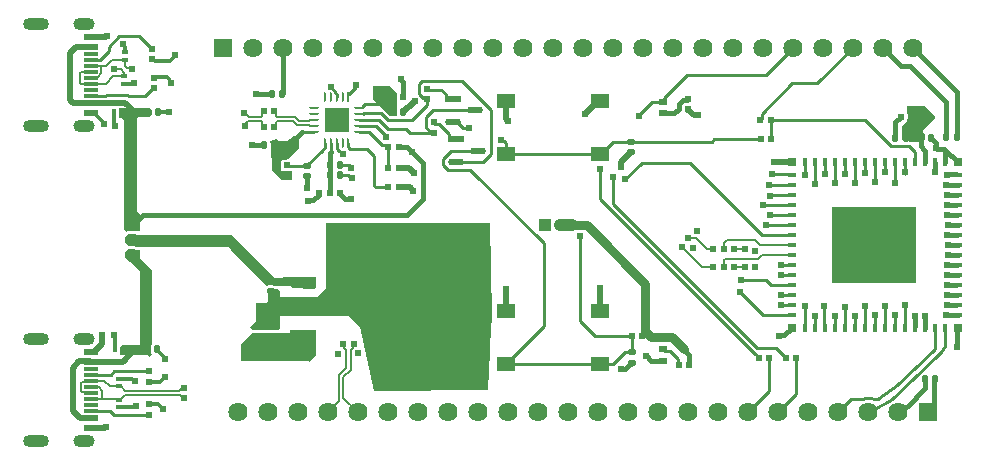
<source format=gtl>
G04*
G04 #@! TF.GenerationSoftware,Altium Limited,Altium Designer,24.5.2 (23)*
G04*
G04 Layer_Physical_Order=1*
G04 Layer_Color=255*
%FSLAX25Y25*%
%MOIN*%
G70*
G04*
G04 #@! TF.SameCoordinates,F3A3955B-CDAA-4A41-8258-469B26568034*
G04*
G04*
G04 #@! TF.FilePolarity,Positive*
G04*
G01*
G75*
%ADD14C,0.01000*%
%ADD17R,0.01378X0.02362*%
%ADD18R,0.02126X0.02362*%
%ADD19R,0.02362X0.01378*%
G04:AMPARAMS|DCode=20|XSize=53.43mil|YSize=22.53mil|CornerRadius=11.26mil|HoleSize=0mil|Usage=FLASHONLY|Rotation=0.000|XOffset=0mil|YOffset=0mil|HoleType=Round|Shape=RoundedRectangle|*
%AMROUNDEDRECTD20*
21,1,0.05343,0.00000,0,0,0.0*
21,1,0.03091,0.02253,0,0,0.0*
1,1,0.02253,0.01545,0.00000*
1,1,0.02253,-0.01545,0.00000*
1,1,0.02253,-0.01545,0.00000*
1,1,0.02253,0.01545,0.00000*
%
%ADD20ROUNDEDRECTD20*%
%ADD21R,0.05343X0.02253*%
%ADD22R,0.02362X0.02126*%
%ADD23R,0.03150X0.03150*%
%ADD24R,0.01575X0.03150*%
%ADD25R,0.03150X0.01575*%
%ADD26R,0.04724X0.04724*%
G04:AMPARAMS|DCode=27|XSize=23.62mil|YSize=21.26mil|CornerRadius=5.63mil|HoleSize=0mil|Usage=FLASHONLY|Rotation=90.000|XOffset=0mil|YOffset=0mil|HoleType=Round|Shape=RoundedRectangle|*
%AMROUNDEDRECTD27*
21,1,0.02362,0.00999,0,0,90.0*
21,1,0.01235,0.02126,0,0,90.0*
1,1,0.01127,0.00500,0.00618*
1,1,0.01127,0.00500,-0.00618*
1,1,0.01127,-0.00500,-0.00618*
1,1,0.01127,-0.00500,0.00618*
%
%ADD27ROUNDEDRECTD27*%
%ADD28R,0.04528X0.01181*%
%ADD29R,0.04528X0.02362*%
G04:AMPARAMS|DCode=30|XSize=23.62mil|YSize=21.26mil|CornerRadius=5.63mil|HoleSize=0mil|Usage=FLASHONLY|Rotation=180.000|XOffset=0mil|YOffset=0mil|HoleType=Round|Shape=RoundedRectangle|*
%AMROUNDEDRECTD30*
21,1,0.02362,0.00999,0,0,180.0*
21,1,0.01235,0.02126,0,0,180.0*
1,1,0.01127,-0.00618,0.00500*
1,1,0.01127,0.00618,0.00500*
1,1,0.01127,0.00618,-0.00500*
1,1,0.01127,-0.00618,-0.00500*
%
%ADD30ROUNDEDRECTD30*%
%ADD31R,0.06102X0.05118*%
G04:AMPARAMS|DCode=32|XSize=125.98mil|YSize=68.9mil|CornerRadius=2.07mil|HoleSize=0mil|Usage=FLASHONLY|Rotation=90.000|XOffset=0mil|YOffset=0mil|HoleType=Round|Shape=RoundedRectangle|*
%AMROUNDEDRECTD32*
21,1,0.12598,0.06476,0,0,90.0*
21,1,0.12185,0.06890,0,0,90.0*
1,1,0.00413,0.03238,0.06093*
1,1,0.00413,0.03238,-0.06093*
1,1,0.00413,-0.03238,-0.06093*
1,1,0.00413,-0.03238,0.06093*
%
%ADD32ROUNDEDRECTD32*%
G04:AMPARAMS|DCode=33|XSize=35.43mil|YSize=68.9mil|CornerRadius=1.95mil|HoleSize=0mil|Usage=FLASHONLY|Rotation=90.000|XOffset=0mil|YOffset=0mil|HoleType=Round|Shape=RoundedRectangle|*
%AMROUNDEDRECTD33*
21,1,0.03543,0.06500,0,0,90.0*
21,1,0.03154,0.06890,0,0,90.0*
1,1,0.00390,0.03250,0.01577*
1,1,0.00390,0.03250,-0.01577*
1,1,0.00390,-0.03250,-0.01577*
1,1,0.00390,-0.03250,0.01577*
%
%ADD33ROUNDEDRECTD33*%
%ADD34R,0.02756X0.02362*%
G04:AMPARAMS|DCode=35|XSize=33.06mil|YSize=9.55mil|CornerRadius=4.77mil|HoleSize=0mil|Usage=FLASHONLY|Rotation=270.000|XOffset=0mil|YOffset=0mil|HoleType=Round|Shape=RoundedRectangle|*
%AMROUNDEDRECTD35*
21,1,0.03306,0.00000,0,0,270.0*
21,1,0.02351,0.00955,0,0,270.0*
1,1,0.00955,0.00000,-0.01176*
1,1,0.00955,0.00000,0.01176*
1,1,0.00955,0.00000,0.01176*
1,1,0.00955,0.00000,-0.01176*
%
%ADD35ROUNDEDRECTD35*%
G04:AMPARAMS|DCode=36|XSize=9.55mil|YSize=33.06mil|CornerRadius=4.77mil|HoleSize=0mil|Usage=FLASHONLY|Rotation=270.000|XOffset=0mil|YOffset=0mil|HoleType=Round|Shape=RoundedRectangle|*
%AMROUNDEDRECTD36*
21,1,0.00955,0.02351,0,0,270.0*
21,1,0.00000,0.03306,0,0,270.0*
1,1,0.00955,-0.01176,0.00000*
1,1,0.00955,-0.01176,0.00000*
1,1,0.00955,0.01176,0.00000*
1,1,0.00955,0.01176,0.00000*
%
%ADD36ROUNDEDRECTD36*%
%ADD37R,0.00955X0.03306*%
%ADD51R,0.08071X0.08071*%
G04:AMPARAMS|DCode=55|XSize=39.37mil|YSize=86.61mil|CornerRadius=19.68mil|HoleSize=0mil|Usage=FLASHONLY|Rotation=270.000|XOffset=0mil|YOffset=0mil|HoleType=Round|Shape=RoundedRectangle|*
%AMROUNDEDRECTD55*
21,1,0.03937,0.04724,0,0,270.0*
21,1,0.00000,0.08661,0,0,270.0*
1,1,0.03937,-0.02362,0.00000*
1,1,0.03937,-0.02362,0.00000*
1,1,0.03937,0.02362,0.00000*
1,1,0.03937,0.02362,0.00000*
%
%ADD55ROUNDEDRECTD55*%
G04:AMPARAMS|DCode=56|XSize=39.37mil|YSize=70.87mil|CornerRadius=19.68mil|HoleSize=0mil|Usage=FLASHONLY|Rotation=270.000|XOffset=0mil|YOffset=0mil|HoleType=Round|Shape=RoundedRectangle|*
%AMROUNDEDRECTD56*
21,1,0.03937,0.03150,0,0,270.0*
21,1,0.00000,0.07087,0,0,270.0*
1,1,0.03937,-0.01575,0.00000*
1,1,0.03937,-0.01575,0.00000*
1,1,0.03937,0.01575,0.00000*
1,1,0.03937,0.01575,0.00000*
%
%ADD56ROUNDEDRECTD56*%
%ADD59C,0.00602*%
%ADD60R,0.01575X0.01575*%
%ADD61C,0.01500*%
%ADD62C,0.02000*%
%ADD63C,0.01001*%
%ADD64C,0.01200*%
%ADD65C,0.03000*%
%ADD66C,0.00603*%
%ADD67C,0.04000*%
%ADD68C,0.06400*%
%ADD69R,0.06400X0.06400*%
%ADD70R,0.04000X0.04000*%
%ADD71C,0.04000*%
%ADD72R,0.04000X0.04000*%
%ADD73C,0.02400*%
G36*
X130638Y121362D02*
Y117819D01*
X130638D01*
X130662Y117794D01*
X130502Y113848D01*
X128313D01*
X128000Y114161D01*
Y114200D01*
X122700Y119500D01*
Y123900D01*
X128100D01*
X130638Y121362D01*
D02*
G37*
G36*
X310000Y113600D02*
Y113000D01*
X306254Y109254D01*
X306200Y109200D01*
X305900D01*
X305900Y108400D01*
X306100Y108200D01*
X306596Y107704D01*
X306499Y107218D01*
Y105982D01*
X305673Y105200D01*
X301814D01*
X301766Y105232D01*
X301181Y105348D01*
X299657D01*
X298901Y105882D01*
Y107118D01*
X298900Y107121D01*
Y109600D01*
X299000Y110400D01*
X300500Y111900D01*
Y112189D01*
X300665Y112354D01*
X301000Y113162D01*
Y114038D01*
X300665Y114846D01*
X300500Y115011D01*
Y117000D01*
X306600D01*
X310000Y113600D01*
D02*
G37*
G36*
X97900Y105900D02*
Y103100D01*
X94264Y99464D01*
X91719D01*
Y95338D01*
X95700D01*
Y92900D01*
X95300Y92500D01*
X92300D01*
Y92600D01*
X89050Y95750D01*
X88501Y103989D01*
Y104718D01*
X88428Y105085D01*
X88400Y105500D01*
X90800Y106000D01*
X91300Y105500D01*
X94100D01*
X96175Y107120D01*
X97900Y105900D01*
D02*
G37*
G36*
X45990Y116500D02*
X46929Y116428D01*
X47500Y116500D01*
X48199Y116500D01*
X48917Y115673D01*
X48906Y115618D01*
Y114382D01*
X48917Y114327D01*
X48199Y113500D01*
X44500D01*
X44000Y113000D01*
Y82000D01*
X45000Y81000D01*
Y75856D01*
X44704Y75614D01*
X44000Y75369D01*
X43890Y75442D01*
X43500Y75520D01*
X41100D01*
X40710Y75442D01*
X40379Y75221D01*
X40329Y75171D01*
X39500Y76000D01*
Y112500D01*
X39000Y113000D01*
X38000D01*
Y116500D01*
X43500Y116500D01*
X45990Y116500D01*
D02*
G37*
G36*
X43394Y69311D02*
X43454Y69307D01*
X43534Y69280D01*
X43596Y69284D01*
X43656Y69271D01*
X44739Y69261D01*
X45000Y69000D01*
Y66500D01*
X49000Y62500D01*
Y37646D01*
X48721Y37228D01*
X48599Y36618D01*
Y35382D01*
X48721Y34772D01*
X48942Y34442D01*
X48000Y33500D01*
X47500Y34000D01*
X38500D01*
X38409Y34091D01*
Y36745D01*
X39000Y37500D01*
X45000D01*
Y62000D01*
X42000Y65000D01*
X41500D01*
X40000Y66500D01*
Y68500D01*
X40914Y69415D01*
X40945Y69404D01*
X41001Y69367D01*
X41132Y69341D01*
X41258Y69298D01*
X41325Y69302D01*
X41391Y69289D01*
X41522Y69315D01*
X41655Y69324D01*
X42239Y69480D01*
X42761D01*
X43394Y69311D01*
D02*
G37*
G36*
X303500Y58000D02*
X275500D01*
Y83500D01*
X303500D01*
Y58000D01*
D02*
G37*
G36*
X44000Y74000D02*
X52700D01*
X75722Y74000D01*
X89867Y59855D01*
X95140Y60200D01*
X103800D01*
X103800Y56944D01*
X103047Y56204D01*
X96100Y56400D01*
X95350Y57300D01*
X89724D01*
X89218Y57401D01*
X87982D01*
X87476Y57300D01*
X87200D01*
X75200Y69300D01*
X74500Y70000D01*
X43666Y70291D01*
X43658Y70296D01*
X42895Y70500D01*
X42105D01*
X41391Y70309D01*
X40100Y71600D01*
Y73500D01*
X41100Y74500D01*
X43500D01*
X44000Y74000D01*
D02*
G37*
G36*
X161638Y78000D02*
X162192Y47000D01*
X161638Y37500D01*
X161638Y35625D01*
X161000Y22520D01*
X161000D01*
X161000Y22498D01*
X123000Y22000D01*
X118255Y43362D01*
X114398Y47000D01*
X91500Y47000D01*
Y43000D01*
X91120Y42620D01*
X90346D01*
X90248Y42600D01*
X90148D01*
X90055Y42562D01*
X89956Y42542D01*
X89894Y42500D01*
X88107D01*
X88044Y42542D01*
X87945Y42562D01*
X87852Y42600D01*
X87752D01*
X87653Y42620D01*
X85124D01*
X85026Y42600D01*
X84925D01*
X84517Y42519D01*
X83483D01*
X83075Y42600D01*
X82974D01*
X82876Y42620D01*
X82400D01*
X82384Y42616D01*
X81500Y43500D01*
X83500Y45500D01*
Y51500D01*
X87000D01*
X87500Y52000D01*
Y56285D01*
X87574Y56300D01*
X87675D01*
X88083Y56381D01*
X89117D01*
X89525Y56300D01*
X89626D01*
X89724Y56280D01*
X90720D01*
X91500Y55500D01*
Y53500D01*
X104000D01*
X107000Y56500D01*
Y78000D01*
X161638Y78000D01*
D02*
G37*
G36*
X103800Y34200D02*
X101500Y31900D01*
X101400Y32000D01*
X78500D01*
Y37700D01*
X82400Y41600D01*
X82876D01*
X83382Y41499D01*
X84618D01*
X85124Y41600D01*
X87653D01*
X87772Y41521D01*
X88382Y41399D01*
X89618D01*
X90228Y41521D01*
X90346Y41600D01*
X95000D01*
Y42400D01*
X103800D01*
Y34200D01*
D02*
G37*
D14*
X290782Y19607D02*
X290783D01*
X295748Y19361D02*
G03*
X295201Y19099I1752J-4361D01*
G01*
X309727Y35778D02*
G03*
X309728Y35780I-707J707D01*
G01*
X261777Y50784D02*
X261793Y50800D01*
X258616Y50784D02*
X261777D01*
X258600Y50800D02*
X258616Y50784D01*
X258643Y54157D02*
X261750D01*
X258600Y54200D02*
X258643Y54157D01*
X261750D02*
X261793Y54200D01*
X261952Y60754D02*
X261999Y60706D01*
X258854Y60754D02*
X261952D01*
X258800Y60700D02*
X258854Y60754D01*
X261979Y64127D02*
X261999Y64106D01*
X258827Y64127D02*
X261979D01*
X258800Y64100D02*
X258827Y64127D01*
X269881Y44126D02*
X269900Y44107D01*
X269881Y44126D02*
Y47281D01*
X269900Y47300D01*
X276578Y47078D02*
X276600Y47100D01*
X276578Y43929D02*
X276600Y43907D01*
X276578Y43929D02*
Y47078D01*
X283200Y47200D02*
X283224Y47176D01*
X283206Y44001D02*
X283224Y44019D01*
Y47176D01*
X290020Y44287D02*
Y47321D01*
Y44287D02*
X290100Y44207D01*
X290020Y47321D02*
X290100Y47400D01*
X286647Y94753D02*
Y97853D01*
Y94753D02*
X286700Y94700D01*
X286647Y97853D02*
X286694Y97899D01*
X279901Y94601D02*
Y97792D01*
X279900Y94600D02*
X279901Y94601D01*
X279900Y97793D02*
X279901Y97792D01*
X273204Y94504D02*
Y97689D01*
X273200Y94500D02*
X273204Y94504D01*
X273200Y97693D02*
X273204Y97689D01*
X198300Y86198D02*
Y96300D01*
X166200Y105600D02*
X166850Y104950D01*
Y101142D02*
Y104950D01*
X256835Y36581D02*
X260298Y33118D01*
X250746Y36581D02*
X256835D01*
X166850Y31142D02*
X179500Y43791D01*
X155107Y95893D02*
X179500Y71500D01*
Y43791D02*
Y71500D01*
X147667Y95893D02*
X155107D01*
X166850Y31142D02*
X198150D01*
X146128Y97432D02*
Y99607D01*
Y97432D02*
X147667Y95893D01*
X114491Y121153D02*
X116832Y123494D01*
Y123932D01*
X117100Y124200D01*
X119226Y114450D02*
X119594Y114818D01*
X118073Y110490D02*
X121418D01*
X121449Y110459D01*
X122400D01*
X114469Y103331D02*
Y104917D01*
Y103331D02*
X114984Y102815D01*
X120685D01*
X118073Y108522D02*
X121226D01*
X122400Y107348D01*
X191700Y45400D02*
X196501Y40599D01*
X191700Y45400D02*
Y73700D01*
X196501Y40599D02*
X208800D01*
X208900Y40499D01*
X219662Y35608D02*
X221592D01*
X224417Y30982D02*
Y32783D01*
X219300Y35970D02*
X219662Y35608D01*
X221592D02*
X224417Y32783D01*
Y30982D02*
X224699Y30700D01*
X150703Y111960D02*
X152763Y109900D01*
X154500D01*
X149158Y111960D02*
X150703D01*
X219600Y118740D02*
Y119800D01*
X219300Y118440D02*
X219600Y118740D01*
Y119800D02*
X227433Y127633D01*
X253633D01*
X262500Y136500D01*
X301181Y103819D02*
X303327Y101673D01*
Y98405D02*
Y101673D01*
X125180Y114818D02*
X127679Y112319D01*
X135519D01*
X127570Y109600D02*
X133491D01*
X124711Y112459D02*
X127570Y109600D01*
X41051Y120681D02*
X41122Y120610D01*
X46793D01*
X33667Y120681D02*
X41051D01*
X43197Y115000D02*
X47614D01*
X38780D02*
X41803D01*
X32500Y120610D02*
X33597D01*
X33667Y120681D01*
X28484Y120610D02*
X32500D01*
X46793D02*
X49382Y123199D01*
X49500D01*
X31491Y132509D02*
X32500Y133519D01*
X34549Y135568D01*
Y136867D01*
X28484Y132421D02*
X28515Y132452D01*
X31429D01*
X31486Y132509D01*
X31491D01*
X44683Y140400D02*
X48882Y136201D01*
X49000D01*
X38082Y140400D02*
X44683D01*
X34549Y136867D02*
X38082Y140400D01*
X245200Y59100D02*
X253584D01*
X255223Y57461D01*
X252679Y47421D02*
X262382D01*
X245000Y55100D02*
X252679Y47421D01*
X228431Y98100D02*
X252338Y74193D01*
X262382D01*
X212200Y98100D02*
X228431D01*
X28484Y15610D02*
X35119D01*
X36430Y14299D01*
X48000D01*
X36430Y28701D02*
X48000D01*
X35150Y27421D02*
X36430Y28701D01*
X28484Y27421D02*
X35150D01*
X312020Y35243D02*
X313366Y37137D01*
Y43287D01*
X295748Y19361D02*
X310545Y33769D01*
X295748Y19361D02*
X295748Y19361D01*
X202799Y31142D02*
X206650Y34993D01*
X208900D01*
Y40499D01*
X198150Y31142D02*
X202799D01*
X146128Y99607D02*
X148781Y102260D01*
X157785D01*
X150300Y98520D02*
X159304D01*
X161956Y101172D01*
Y115646D01*
X144720Y111138D02*
X148128Y107730D01*
X143063Y111138D02*
X144720D01*
X138019Y124485D02*
X138898Y125364D01*
X138019Y121116D02*
Y124485D01*
Y121116D02*
X139173Y119962D01*
X152238Y125364D02*
X161956Y115646D01*
X139173Y119962D02*
X140137D01*
X140700Y119399D01*
X138898Y125364D02*
X152238D01*
X142534Y115700D02*
X156642D01*
X141373Y108862D02*
X142337D01*
X140219Y110017D02*
X141373Y108862D01*
X140219Y110017D02*
Y113385D01*
X142337Y108862D02*
X142900Y108299D01*
X140219Y113385D02*
X142534Y115700D01*
X135519Y112319D02*
X140700Y117500D01*
X148128Y106626D02*
Y107730D01*
Y106626D02*
X148755Y106000D01*
X142500Y111701D02*
X143063Y111138D01*
X140700Y117500D02*
Y119399D01*
X140251Y122600D02*
X145400D01*
X146986Y121014D01*
Y120066D02*
Y121014D01*
X147612Y119440D02*
X149158D01*
X146986Y120066D02*
X147612Y119440D01*
X148755Y106000D02*
X150300D01*
X119594Y114818D02*
X125180D01*
X135091Y108000D02*
X142500D01*
X133491Y109600D02*
X135091Y108000D01*
X166850Y101142D02*
X198150D01*
X236418Y106118D02*
X251882D01*
X235593Y105293D02*
X236418Y106118D01*
X251882D02*
X252000Y106000D01*
X208800Y105293D02*
X235593D01*
X202793D02*
X208800D01*
X198642Y101142D02*
X202793Y105293D01*
X198150Y101142D02*
X198642D01*
X122400Y117800D02*
X125900D01*
X118073Y112459D02*
X124711D01*
X122400Y110459D02*
X123641D01*
X127000Y107100D01*
Y106900D02*
Y107100D01*
X122400Y107348D02*
X125566Y104181D01*
X127236D01*
X127799Y103618D01*
X286772Y112500D02*
X295453Y103819D01*
X255201Y112500D02*
X286772D01*
X295453Y103819D02*
X301181D01*
X255301Y106100D02*
X255402Y106000D01*
X255201Y112500D02*
X255301Y112400D01*
Y106100D02*
Y112400D01*
X252158Y112858D02*
Y114507D01*
X251799Y112500D02*
X252158Y112858D01*
Y114507D02*
X262397Y124747D01*
X270747D01*
X282500Y136500D01*
X206800Y92700D02*
X212200Y98100D01*
X123635Y90000D02*
X127799D01*
X123050Y90586D02*
Y100450D01*
Y90586D02*
X123635Y90000D01*
X120685Y102815D02*
X123050Y100450D01*
X127799Y96500D02*
Y103618D01*
X257500Y15000D02*
X263700Y21200D01*
Y33000D01*
X254700Y22200D02*
Y33200D01*
X247500Y15000D02*
X254700Y22200D01*
X202800Y84527D02*
X250746Y36581D01*
X250035Y34581D02*
X251298Y33318D01*
X202800Y84527D02*
Y93500D01*
X251298Y33200D02*
Y33318D01*
X249917Y34581D02*
X250035D01*
X198300Y86198D02*
X249917Y34581D01*
X260298Y33000D02*
Y33118D01*
X254691Y77539D02*
X262382D01*
X262339Y80843D02*
X262382Y80886D01*
X255100Y80800D02*
X255143Y80843D01*
X262339D01*
X252632Y84232D02*
X262382D01*
X252600Y84200D02*
X252632Y84232D01*
X255100Y87100D02*
X255339Y87339D01*
X262142D02*
X262382Y87579D01*
X255339Y87339D02*
X262142D01*
X261627Y90863D02*
X261727Y90963D01*
X254500Y90800D02*
X254563Y90863D01*
X261627D01*
X255700Y94600D02*
X255864Y94436D01*
X261429D02*
X261593Y94272D01*
X255864Y94436D02*
X261429D01*
X266516Y94384D02*
X266600Y94300D01*
X266516Y94384D02*
Y98405D01*
X211400Y113900D02*
Y114200D01*
X215640Y118440D01*
X219300D01*
X255223Y57461D02*
X262382D01*
X287450Y19703D02*
X287489D01*
X290783Y19607D02*
X291103Y19607D01*
X285366Y19600D02*
X287425Y19702D01*
X287489Y19703D02*
X290769Y19607D01*
X291103D02*
X291363Y19792D01*
X297264Y23993D01*
X290769Y19607D02*
X290782Y19607D01*
X287425Y19702D02*
X287450Y19703D01*
X282100Y19600D02*
X285366D01*
X278000Y15500D02*
X282100Y19600D01*
X297264Y23993D02*
X297315Y24041D01*
X309717Y35769D01*
X287400Y15500D02*
X287873Y15973D01*
X289627D01*
X295201Y19099D01*
X310020Y36071D02*
Y43287D01*
X309728Y35780D02*
X310020Y36071D01*
X310545Y33769D02*
X312020Y35243D01*
X309717Y35769D02*
X309727Y35778D01*
X277800Y15500D02*
X278000D01*
X273100Y43854D02*
Y50400D01*
X296700Y91400D02*
Y97947D01*
X266500Y43953D02*
Y50500D01*
X296706Y44301D02*
Y47494D01*
X300000Y44153D02*
Y50700D01*
X293400Y44054D02*
Y50600D01*
X286500Y43854D02*
Y50400D01*
X279900Y43753D02*
Y50300D01*
X269900Y91300D02*
Y97847D01*
X276600Y91400D02*
Y97947D01*
X283400Y91500D02*
Y98046D01*
X290000Y91800D02*
Y98347D01*
X293294Y95006D02*
Y98199D01*
X293300Y98206D01*
X293294Y95006D02*
X293300Y95000D01*
X299990Y94510D02*
X300000Y94500D01*
X299990Y94510D02*
Y98396D01*
X299980Y98405D02*
X299990Y98396D01*
D17*
X36220Y115000D02*
D03*
X38780D02*
D03*
X36720Y36000D02*
D03*
X39279D02*
D03*
D18*
X212301Y40600D02*
D03*
X208899D02*
D03*
X224699Y30700D02*
D03*
X228101D02*
D03*
X239498Y69500D02*
D03*
X242900D02*
D03*
X239498Y63500D02*
D03*
X242900D02*
D03*
X251298Y33200D02*
D03*
X254700D02*
D03*
X86299Y110000D02*
D03*
X86199Y115400D02*
D03*
X131201Y103500D02*
D03*
Y96500D02*
D03*
Y90000D02*
D03*
X251799Y112500D02*
D03*
X104799Y88000D02*
D03*
X132701Y120000D02*
D03*
X111701Y88000D02*
D03*
X108201D02*
D03*
X108299D02*
D03*
X129299Y120000D02*
D03*
X89701Y110000D02*
D03*
X127799Y103500D02*
D03*
X89601Y115400D02*
D03*
X127799Y90000D02*
D03*
Y96500D02*
D03*
X263700Y33000D02*
D03*
X260298D02*
D03*
X255201Y112500D02*
D03*
X252000Y106000D02*
D03*
X255402D02*
D03*
X236100Y69500D02*
D03*
X239502D02*
D03*
X236100Y63500D02*
D03*
X239502D02*
D03*
D19*
X39700Y124420D02*
D03*
Y126979D02*
D03*
X40000Y132441D02*
D03*
X38000Y26280D02*
D03*
Y16721D02*
D03*
X40000Y135000D02*
D03*
X38000Y23720D02*
D03*
Y19279D02*
D03*
D20*
X156642Y115700D02*
D03*
X149158Y111960D02*
D03*
X150300Y98520D02*
D03*
X157785Y102260D02*
D03*
D21*
X149158Y119440D02*
D03*
X150300Y106000D02*
D03*
D22*
X140700Y122801D02*
D03*
Y119399D02*
D03*
X142900Y111701D02*
D03*
Y108299D02*
D03*
X49000Y136201D02*
D03*
X49500Y123199D02*
D03*
X48000Y17701D02*
D03*
Y25299D02*
D03*
X49500Y126601D02*
D03*
X49000Y132799D02*
D03*
X227600Y115999D02*
D03*
X93900Y93999D02*
D03*
Y97401D02*
D03*
X227600Y119401D02*
D03*
X48000Y28701D02*
D03*
Y14299D02*
D03*
D23*
X317500Y98405D02*
D03*
X262382D02*
D03*
X317500Y43287D02*
D03*
X262382D02*
D03*
D24*
X313366Y98405D02*
D03*
X310020D02*
D03*
X306673D02*
D03*
X303327D02*
D03*
X299980D02*
D03*
X296634D02*
D03*
X293287D02*
D03*
X289941D02*
D03*
X286595D02*
D03*
X283248D02*
D03*
X279902D02*
D03*
X276555D02*
D03*
X273209D02*
D03*
X269862D02*
D03*
X266516D02*
D03*
Y43287D02*
D03*
X269862D02*
D03*
X273209D02*
D03*
X276555D02*
D03*
X279902D02*
D03*
X283248D02*
D03*
X286595D02*
D03*
X289941D02*
D03*
X293287D02*
D03*
X296634D02*
D03*
X299980D02*
D03*
X303327D02*
D03*
X306673D02*
D03*
X310020D02*
D03*
X313366D02*
D03*
D25*
X262382Y94272D02*
D03*
Y90925D02*
D03*
Y87579D02*
D03*
Y84232D02*
D03*
Y80886D02*
D03*
Y77539D02*
D03*
Y74193D02*
D03*
Y70846D02*
D03*
Y67500D02*
D03*
Y64153D02*
D03*
Y60807D02*
D03*
Y57461D02*
D03*
Y54114D02*
D03*
Y50768D02*
D03*
Y47421D02*
D03*
X317500D02*
D03*
Y50768D02*
D03*
Y54114D02*
D03*
Y57461D02*
D03*
Y60807D02*
D03*
Y64153D02*
D03*
Y67500D02*
D03*
Y70846D02*
D03*
Y74193D02*
D03*
Y77539D02*
D03*
Y80886D02*
D03*
Y84232D02*
D03*
Y87579D02*
D03*
Y90925D02*
D03*
Y94272D02*
D03*
D26*
X289941Y70846D02*
D03*
X296437D02*
D03*
Y64350D02*
D03*
X289941D02*
D03*
X283445D02*
D03*
Y70846D02*
D03*
Y77342D02*
D03*
X289941D02*
D03*
D27*
X296807Y106500D02*
D03*
X300193D02*
D03*
X308593Y106600D02*
D03*
X305207D02*
D03*
X47614Y115000D02*
D03*
X50693Y36000D02*
D03*
X89007Y121200D02*
D03*
X132693Y115000D02*
D03*
X86407Y104100D02*
D03*
X317193Y106700D02*
D03*
X306714Y26000D02*
D03*
X51000Y115000D02*
D03*
X111693Y94000D02*
D03*
X111593Y97400D02*
D03*
X92393Y121200D02*
D03*
X313807Y106700D02*
D03*
X310100Y26000D02*
D03*
X129307Y115000D02*
D03*
X89793Y104100D02*
D03*
X108207Y97400D02*
D03*
X108307Y94000D02*
D03*
X47307Y36000D02*
D03*
D28*
X28484Y126516D02*
D03*
Y130453D02*
D03*
Y124547D02*
D03*
Y128484D02*
D03*
Y132421D02*
D03*
Y120610D02*
D03*
Y15610D02*
D03*
Y17579D02*
D03*
Y19547D02*
D03*
Y21516D02*
D03*
Y23484D02*
D03*
Y25453D02*
D03*
Y27421D02*
D03*
Y29390D02*
D03*
Y122579D02*
D03*
Y134390D02*
D03*
D29*
Y136949D02*
D03*
Y9902D02*
D03*
Y35098D02*
D03*
Y140098D02*
D03*
Y31949D02*
D03*
Y13051D02*
D03*
Y114902D02*
D03*
Y118051D02*
D03*
D30*
X208800Y101907D02*
D03*
X208900Y31607D02*
D03*
X88600Y55307D02*
D03*
X84000Y43593D02*
D03*
X89000Y43493D02*
D03*
X100500Y93907D02*
D03*
X88600Y58693D02*
D03*
X100500Y97293D02*
D03*
X89000Y40107D02*
D03*
X84000Y40207D02*
D03*
X208900Y34993D02*
D03*
X208800Y105293D02*
D03*
D31*
X166850Y118858D02*
D03*
X198150D02*
D03*
X166850Y48858D02*
D03*
X198150D02*
D03*
X166850Y101142D02*
D03*
X198150D02*
D03*
X166850Y31142D02*
D03*
X198150D02*
D03*
D32*
X124303Y49400D02*
D03*
D33*
X99697D02*
D03*
Y58455D02*
D03*
Y40345D02*
D03*
D34*
X219300Y32230D02*
D03*
Y118440D02*
D03*
Y35970D02*
D03*
Y114700D02*
D03*
D35*
X110531Y104917D02*
D03*
Y120000D02*
D03*
X114469Y104917D02*
D03*
X112500D02*
D03*
X108563D02*
D03*
X106595D02*
D03*
Y120000D02*
D03*
X108563D02*
D03*
X112500D02*
D03*
D36*
X118073Y116396D02*
D03*
Y114427D02*
D03*
Y112459D02*
D03*
Y110490D02*
D03*
Y108522D02*
D03*
X102990D02*
D03*
Y110490D02*
D03*
Y112459D02*
D03*
Y114427D02*
D03*
Y116396D02*
D03*
D37*
X114469Y120000D02*
D03*
D51*
X110531Y112459D02*
D03*
D55*
X10472Y39508D02*
D03*
Y5492D02*
D03*
Y144508D02*
D03*
Y110492D02*
D03*
D56*
X26221Y39508D02*
D03*
Y5492D02*
D03*
Y144508D02*
D03*
Y110492D02*
D03*
D59*
X246558Y66100D02*
G03*
X246468Y66101I-58J-2500D01*
G01*
X225600Y70100D02*
X232200Y63500D01*
X227885Y73015D02*
X230385D01*
X227800Y73100D02*
X227885Y73015D01*
X232200Y63500D02*
X236100D01*
X230385Y73015D02*
X233900Y69500D01*
X28484Y23484D02*
X28639Y23329D01*
X31256D02*
X32400Y22186D01*
X28639Y23329D02*
X31256D01*
X32400Y19413D02*
Y22186D01*
X25703Y21661D02*
X28339D01*
X25319Y22044D02*
Y24908D01*
X25710Y25299D02*
X28331D01*
X25319Y22044D02*
X25703Y21661D01*
X28331Y25299D02*
X28484Y25453D01*
X28339Y21661D02*
X28484Y21516D01*
X25319Y24908D02*
X25710Y25299D01*
X32400Y19413D02*
X37866D01*
X28618D02*
X32400D01*
X34844Y23720D02*
X38000D01*
X28484Y25453D02*
X33111D01*
X34844Y23720D01*
X37866Y19413D02*
X38000Y19279D01*
X28484Y19547D02*
X28618Y19413D01*
X39913Y22300D02*
X58046D01*
X38880Y19699D02*
X39879Y20698D01*
X59246Y19900D02*
X59700D01*
X58448Y20698D02*
X59246Y19900D01*
X58046Y22300D02*
X59046Y23300D01*
X38492Y23720D02*
X39913Y22300D01*
X39879Y20698D02*
X58448D01*
X59046Y23300D02*
X59500D01*
X38492Y19279D02*
X38880Y19668D01*
Y19699D01*
X38000Y19279D02*
X38492D01*
X38000Y23720D02*
X38492D01*
X233900Y69500D02*
X236100D01*
X239502Y63500D02*
Y65663D01*
X239678Y65840D02*
X239854Y66016D01*
X246468Y66101D01*
X239502Y65663D02*
X239678Y65840D01*
X115202Y29238D02*
Y35902D01*
X115856Y36556D02*
Y37456D01*
X112801Y26837D02*
X115202Y29238D01*
X115856Y37456D02*
X116200Y37800D01*
X115202Y35902D02*
X115856Y36556D01*
X112944Y36602D02*
X113600Y35946D01*
X112944Y36602D02*
Y37356D01*
X111199Y27501D02*
X113600Y29902D01*
X112600Y37700D02*
X112944Y37356D01*
X113600Y29902D02*
Y35946D01*
X252200Y67500D02*
X262382D01*
X251771Y70846D02*
X262382D01*
X250017Y72600D02*
X251771Y70846D01*
X250716Y66016D02*
X250892Y66192D01*
X239502Y69500D02*
Y71445D01*
X240657Y72600D02*
X250017D01*
X239502Y71445D02*
X240657Y72600D01*
X250892Y66192D02*
X252200Y67500D01*
X250217Y66016D02*
X250716D01*
X246558Y66100D02*
X250217Y66016D01*
X112801Y19699D02*
Y26837D01*
X111199Y18699D02*
Y27501D01*
X112801Y19699D02*
X117500Y15000D01*
X107500D02*
X111199Y18699D01*
X242900Y69500D02*
X243000Y69600D01*
X246600D01*
X243662Y63600D02*
X246500D01*
X242900Y63500D02*
X243662Y63600D01*
D60*
X296437Y77342D02*
D03*
D61*
X314000Y74300D02*
X314070Y74230D01*
X314400Y70900D02*
X314427Y70873D01*
X317496Y60804D02*
X317500Y60807D01*
X314000Y60800D02*
X314003Y60804D01*
X314320Y77520D02*
X317486D01*
X314316Y57406D02*
X316583D01*
X317582Y70873D02*
X317593Y70884D01*
X316583Y57406D02*
X316600Y57423D01*
X317099D01*
X314100Y64200D02*
X314123Y64177D01*
X313916Y50784D02*
X317077D01*
X314000Y54100D02*
X314007Y54107D01*
X314123Y64177D02*
X317279D01*
X314300Y67600D02*
X314363Y67537D01*
X314070Y74230D02*
X317193D01*
X317279Y64177D02*
X317293Y64191D01*
X317077Y50784D02*
X317093Y50800D01*
X314007Y54107D02*
X317198D01*
X317486Y77520D02*
X317499Y77506D01*
X317198Y54107D02*
X317199Y54106D01*
X314300Y77500D02*
X314320Y77520D01*
X314427Y70873D02*
X317582D01*
X314003Y60804D02*
X317496D01*
X313900Y57400D02*
X314309D01*
X313900Y50800D02*
X313916Y50784D01*
X314363Y67537D02*
X317493D01*
X314309Y57400D02*
X314316Y57406D01*
X314007Y80893D02*
X317186D01*
X317193Y80900D01*
X314000D02*
X314007Y80893D01*
X316600Y84270D02*
X317093D01*
X316570Y84300D02*
X316600Y84270D01*
X313900Y84300D02*
X316570D01*
X314416Y87541D02*
X317199D01*
X314000Y87500D02*
X314374D01*
X314416Y87541D01*
X303306Y43901D02*
X303313Y43908D01*
Y47087D01*
X303300Y47100D02*
X303313Y47087D01*
X104486Y87569D02*
Y87687D01*
X104799Y88000D01*
X102589Y85672D02*
X104486Y87569D01*
X101000Y85500D02*
X101172Y85672D01*
X102589D01*
X258172Y40672D02*
X259767D01*
X262382Y43287D01*
X258000Y40500D02*
X258172Y40672D01*
X132000Y125757D02*
X132700Y125056D01*
Y120431D02*
X132701Y120431D01*
X132000Y125757D02*
Y126000D01*
X132700Y120431D02*
Y125056D01*
X132701Y120000D02*
Y120431D01*
X129299Y115008D02*
X129307Y115000D01*
X129299Y115008D02*
Y115854D01*
Y120000D01*
X124600Y122400D02*
X124757Y122243D01*
X127174D01*
X128986Y120431D01*
Y120313D02*
X129299Y120000D01*
X128986Y120313D02*
Y120431D01*
X228101Y30700D02*
Y34255D01*
X226399Y35956D02*
Y36200D01*
Y35956D02*
X228101Y34255D01*
X223101Y114700D02*
X224535Y116134D01*
X225970Y119088D02*
X227169D01*
X224535Y116134D02*
Y117653D01*
X225970Y119088D01*
X227300Y119219D02*
Y119300D01*
X227169Y119088D02*
X227300Y119219D01*
X208587Y31294D02*
X208900Y31607D01*
X208469Y31294D02*
X208587D01*
X206747Y29572D02*
X208469Y31294D01*
X205472Y29572D02*
X206747D01*
X205300Y29400D02*
X205472Y29572D01*
X305207Y103697D02*
Y106600D01*
Y103697D02*
X306673Y102230D01*
Y98405D02*
Y102230D01*
X96350Y105750D02*
X99100Y108500D01*
X89793Y104100D02*
X94757D01*
X96328Y103071D02*
Y105428D01*
X93470Y100214D02*
X96328Y103071D01*
X94757Y104100D02*
X96257Y105600D01*
X96500D01*
X96328Y105428D02*
X96500Y105600D01*
X91994Y100214D02*
X93470D01*
X90969Y95613D02*
X92270Y94312D01*
X90969Y95613D02*
Y99189D01*
X91994Y100214D01*
X93587Y94312D02*
X93837Y94062D01*
X92270Y94312D02*
X93587D01*
X45900Y80900D02*
X134000D01*
X42500Y77500D02*
X45900Y80900D01*
X134000D02*
X139350Y86250D01*
X88501Y58474D02*
X99678D01*
X99697Y58455D01*
X74475Y72500D02*
X88501Y58474D01*
X42500Y72500D02*
X74475D01*
X111701Y87882D02*
X113311Y86272D01*
X139350Y86250D02*
Y98050D01*
X113311Y86272D02*
X115228D01*
X115400Y86100D01*
X111701Y87882D02*
Y88000D01*
X135500Y101900D02*
X139350Y98050D01*
X47614Y115000D02*
X47927Y114687D01*
X317450Y43237D02*
X317500Y43287D01*
X317400Y36900D02*
X317450Y36950D01*
Y43237D01*
X125900Y117800D02*
X127846Y115854D01*
X129299D01*
X296807Y106500D02*
Y111707D01*
X298700Y113600D01*
X92500Y121400D02*
Y136500D01*
X83600Y121200D02*
X89007D01*
X83500Y121300D02*
X83600Y121200D01*
X82400Y104200D02*
X82500Y104100D01*
X86407D01*
X108207Y101507D02*
X108600Y101900D01*
X108207Y97400D02*
Y101507D01*
X108201Y88000D02*
X108254Y88053D01*
Y93947D01*
X108307Y94000D01*
X108207Y97400D02*
X108257Y97350D01*
Y94050D02*
X108307Y94000D01*
X108257Y94050D02*
Y97350D01*
X100500Y89700D02*
Y93907D01*
X133900Y103500D02*
X135500Y101900D01*
X131201Y103500D02*
X133900D01*
X219300Y114700D02*
X223101D01*
X302550Y18850D02*
Y18925D01*
X297500Y15000D02*
X298700D01*
X306714Y23014D02*
Y26000D01*
X298700Y15000D02*
X302550Y18850D01*
X304595Y20969D02*
X304669D01*
X302550Y18925D02*
X304595Y20969D01*
X304669D02*
X306714Y23014D01*
X213900Y33700D02*
X215370Y32230D01*
X219300D01*
X309787Y17287D02*
Y25687D01*
X307500Y15000D02*
X309787Y17287D01*
Y25687D02*
X310100Y26000D01*
X306673Y46873D02*
X306800Y47000D01*
X306673Y43287D02*
Y46873D01*
X313821Y47421D02*
X317500D01*
X313800Y90800D02*
X313925Y90925D01*
X317500D01*
X310094Y95006D02*
Y98199D01*
X313906Y94306D02*
X317099D01*
X293900Y135100D02*
Y136100D01*
Y135100D02*
X298500Y130500D01*
X301700D01*
X313807Y106700D02*
Y118393D01*
X301700Y130500D02*
X313807Y118393D01*
X302500Y136500D02*
X317193Y121807D01*
X317100Y106900D02*
X317193Y106993D01*
Y121807D01*
X313303Y102603D02*
X317500Y98405D01*
X313200Y102500D02*
X313366Y102334D01*
Y98405D02*
Y102334D01*
X310600Y103000D02*
X310672Y102928D01*
X312978D01*
X310300Y103300D02*
Y104775D01*
X308593Y106482D02*
X310300Y104775D01*
X308593Y106482D02*
Y106600D01*
D62*
X229641Y114076D02*
X230924D01*
X227781Y115936D02*
X229641Y114076D01*
X227663Y115936D02*
X227781D01*
X227600Y115999D02*
X227663Y115936D01*
X230924Y114076D02*
X231000Y114000D01*
X302000Y111700D02*
Y115000D01*
X300193Y109893D02*
X302000Y111700D01*
X300193Y106500D02*
Y109893D01*
X40146Y118051D02*
X43197Y115000D01*
X94100Y49400D02*
X99697D01*
X304382Y107543D02*
X305207Y106718D01*
X304382Y109582D02*
X307719Y112919D01*
X305207Y106600D02*
Y106718D01*
X304382Y107543D02*
Y109582D01*
X286700Y67600D02*
Y67606D01*
X289941Y70846D01*
X293187Y67600D01*
X293200D01*
X28484Y118051D02*
X34573D01*
X22772D02*
X28484D01*
X166850Y112850D02*
X167700Y112000D01*
X295155Y77358D02*
X300358D01*
X290042Y76555D02*
Y81757D01*
X295855Y70858D02*
X301058D01*
X278343Y70942D02*
X283545D01*
X296255Y64157D02*
X301458D01*
X290057Y60142D02*
Y65345D01*
X278643Y64742D02*
X283845D01*
X88600Y49400D02*
Y55107D01*
X89300Y49400D02*
X94100D01*
X136292Y94800D02*
X136400D01*
X131201Y96382D02*
X131264Y96319D01*
X134773D01*
X131201Y96382D02*
Y96500D01*
X134773Y96319D02*
X136292Y94800D01*
X37868Y118051D02*
X40146D01*
X37738Y118181D02*
X37868Y118051D01*
X34703Y118181D02*
X37738D01*
X34573Y118051D02*
X34703Y118181D01*
X42500Y77500D02*
Y114303D01*
X43197Y115000D01*
X21600Y119223D02*
X22772Y118051D01*
X21600Y119223D02*
Y134800D01*
X23749Y136949D01*
X28484D01*
X33892Y140400D02*
X34000D01*
X28642Y140256D02*
X33748D01*
X28484Y140098D02*
X28642Y140256D01*
X33748D02*
X33892Y140400D01*
X22500Y15402D02*
Y29800D01*
Y15402D02*
X24824Y13078D01*
X22500Y29800D02*
X24723Y32023D01*
X278200Y77300D02*
X278242Y77342D01*
X283445D01*
X33400Y31949D02*
X39249D01*
X43300Y36000D01*
X24824Y13078D02*
X28457D01*
X28484Y13051D01*
X28410Y32023D02*
X28484Y31949D01*
X24723Y32023D02*
X28410D01*
X28484Y31949D02*
X33400D01*
X29567Y35098D02*
X32324Y37855D01*
Y40824D02*
X32400Y40900D01*
X32324Y37855D02*
Y40824D01*
X28484Y35098D02*
X29567D01*
X33402Y9902D02*
X33500Y10000D01*
X28484Y9902D02*
X33402D01*
X89118Y40107D02*
X99459D01*
X99697Y40345D01*
X84000Y40207D02*
X88782D01*
X89181Y36327D02*
Y40044D01*
X89118Y40107D02*
X89181Y40044D01*
X84181Y43656D02*
Y43774D01*
X84000Y43593D02*
X84118D01*
X84181Y43656D01*
Y43774D02*
X84600Y44193D01*
Y49800D01*
X85108Y49400D02*
X88600D01*
Y43775D02*
Y49400D01*
Y43775D02*
X88882Y43493D01*
X89000D01*
X84708Y49800D02*
X85108Y49400D01*
X84600Y49800D02*
X84708D01*
X124303Y49400D02*
X133192D01*
X133592Y49000D01*
X133700D01*
X166850Y48858D02*
Y56150D01*
X198200Y48909D02*
Y56600D01*
X198150Y48858D02*
X198200Y48909D01*
X132693Y115118D02*
X134394Y116819D01*
X134592D01*
X136500Y118727D01*
Y118800D01*
X205377Y98602D02*
X208619Y101844D01*
X205377Y96776D02*
Y98602D01*
X93837Y94062D02*
X93900Y93999D01*
X134828Y90000D02*
X136000Y88828D01*
Y88800D02*
Y88828D01*
X131201Y90000D02*
X134828D01*
X132693Y115000D02*
Y115118D01*
X166850Y112850D02*
Y118858D01*
X197658D02*
X198150D01*
X193399Y114600D02*
X197658Y118858D01*
X193300Y114600D02*
X193399D01*
X208619Y101844D02*
X208737D01*
X208800Y101907D01*
X205300Y96700D02*
X205377Y96776D01*
X256606Y98405D02*
X262382D01*
D63*
X108500Y123470D02*
Y123500D01*
Y123470D02*
X110141Y121829D01*
X110531Y120000D02*
Y121129D01*
X110141Y121520D02*
X110531Y121129D01*
X110141Y121520D02*
Y121829D01*
X110555Y102945D02*
X111200Y102300D01*
X112500Y101000D01*
X110555Y102945D02*
Y104894D01*
X111693Y94000D02*
X114257D01*
X115257Y93000D02*
X115500D01*
X114257Y94000D02*
X115257Y93000D01*
X94008Y97293D02*
X100500D01*
X93900Y97401D02*
X94008Y97293D01*
X105507Y102300D02*
X106595Y103387D01*
X101142Y97935D02*
X105507Y102300D01*
X106595Y103387D02*
Y104917D01*
X110531D02*
X110555Y104894D01*
X118976Y116668D02*
X120107Y117800D01*
X122400D01*
X99100Y108500D02*
X99122Y108522D01*
X102990D01*
X101142Y97851D02*
Y97935D01*
X100584Y97293D02*
X101142Y97851D01*
X108563Y101937D02*
X108600Y101900D01*
X108563Y101937D02*
Y104917D01*
X114500Y97400D02*
X115400Y96500D01*
X111593Y97400D02*
X114500D01*
D64*
X36220Y110780D02*
Y115000D01*
Y110780D02*
X36500Y110500D01*
X53300Y32887D02*
Y33275D01*
Y32500D02*
Y32887D01*
X51000Y115000D02*
X54700D01*
X32870Y111230D02*
Y111598D01*
X29567Y114902D02*
X32870Y111598D01*
Y111230D02*
X33100Y111000D01*
X28484Y114902D02*
X29567D01*
X53999Y126701D02*
X54700Y126000D01*
X50000Y126701D02*
X53999D01*
X55099Y132299D02*
X56100Y133300D01*
X50000Y132299D02*
X55099D01*
X39200Y137700D02*
X40000Y136900D01*
Y135000D02*
Y136900D01*
X39789Y124509D02*
X42509D01*
X42900Y124900D01*
X39700Y124420D02*
X39789Y124509D01*
X42696Y16721D02*
X43275Y17300D01*
X43600D01*
X38000Y16721D02*
X42696D01*
X38000Y26280D02*
X42196D01*
X42975Y25500D02*
X43300D01*
X42196Y26280D02*
X42975Y25500D01*
X51599Y25299D02*
X53150Y26850D01*
X48000Y25299D02*
X51599D01*
X43300Y36000D02*
X47307D01*
X39279D02*
X43300D01*
X47307D02*
Y62693D01*
X42500Y67500D02*
X47307Y62693D01*
X36400Y40700D02*
X36720Y40380D01*
Y36000D02*
Y40380D01*
X50693Y35882D02*
Y36000D01*
Y35882D02*
X53300Y33275D01*
X48000Y17701D02*
X51099D01*
X52800Y16000D01*
D65*
X81000Y36100D02*
X81300Y35800D01*
X85300D01*
X89600D01*
X193840Y77500D02*
X213400Y57940D01*
X189020Y77500D02*
X193840D01*
X213400Y42000D02*
X215249Y40151D01*
X222448D01*
X226399Y36200D01*
X213400Y42000D02*
Y57940D01*
D66*
X101719Y110490D02*
X102990D01*
X101437Y110773D02*
X101719Y110490D01*
X101437Y112176D02*
X101719Y112459D01*
X102990D01*
X24953Y124900D02*
Y128131D01*
X25306Y128484D01*
X28484D01*
X32100Y127971D02*
Y130453D01*
X33789D01*
X28484D02*
X32100D01*
X33611Y124547D02*
X36043Y126979D01*
X39700D01*
X28484Y124547D02*
X33611D01*
X28484Y126516D02*
X28773Y126805D01*
X30934D01*
X32100Y127971D01*
X35778Y132441D02*
X40000D01*
X33789Y130453D02*
X35778Y132441D01*
X25306Y124547D02*
X28484D01*
X24953Y124900D02*
X25306Y124547D01*
X42015Y129685D02*
X42300Y129400D01*
X40013Y130487D02*
Y132428D01*
X40815Y129685D02*
X42015D01*
X40013Y130487D02*
X40815Y129685D01*
X40000Y132441D02*
X40013Y132428D01*
X37200Y129500D02*
X38500D01*
X39700Y128300D01*
Y126979D02*
Y128300D01*
X85263Y111987D02*
X85616Y111634D01*
Y110684D02*
X86299Y110000D01*
X85616Y110684D02*
Y111634D01*
X81900Y111987D02*
X85263D01*
X80939Y112025D02*
X81861D01*
X85538Y114739D02*
X86199Y115400D01*
X79850Y114800D02*
X81222Y113428D01*
X79900Y110500D02*
Y110986D01*
X80939Y112025D01*
X85185Y113390D02*
X85538Y113743D01*
X81222Y113428D02*
X82442D01*
X82481Y113390D02*
X85185D01*
X82442Y113428D02*
X82481Y113390D01*
X81861Y112025D02*
X81900Y111987D01*
X85538Y113743D02*
Y114739D01*
X79800Y114800D02*
X79850D01*
X89601Y115400D02*
X90362Y114638D01*
X90816Y112100D02*
X96093D01*
X90462Y111747D02*
X90816Y112100D01*
X96674Y113503D02*
X98001Y112176D01*
X90715Y113503D02*
X96674D01*
X96093Y112100D02*
X97420Y110773D01*
X90462Y110761D02*
Y111747D01*
X90362Y113856D02*
X90715Y113503D01*
X90362Y113856D02*
Y114638D01*
X89701Y110000D02*
X90462Y110761D01*
X97420Y110773D02*
X101437D01*
X98001Y112176D02*
X101437D01*
D67*
X185000Y77500D02*
X189020D01*
D68*
X302500Y136500D02*
D03*
X292500D02*
D03*
X282500D02*
D03*
X272500D02*
D03*
X262500D02*
D03*
X252500D02*
D03*
X242500D02*
D03*
X232500D02*
D03*
X222500D02*
D03*
X212500D02*
D03*
X202500D02*
D03*
X192500D02*
D03*
X182500D02*
D03*
X172500D02*
D03*
X162500D02*
D03*
X152500D02*
D03*
X142500D02*
D03*
X132500D02*
D03*
X122500D02*
D03*
X112500D02*
D03*
X102500D02*
D03*
X92500D02*
D03*
X82500D02*
D03*
X297500Y15000D02*
D03*
X287500D02*
D03*
X277500D02*
D03*
X267500D02*
D03*
X257500D02*
D03*
X247500D02*
D03*
X237500D02*
D03*
X227500D02*
D03*
X217500D02*
D03*
X207500D02*
D03*
X197500D02*
D03*
X187500D02*
D03*
X177500D02*
D03*
X167500D02*
D03*
X157500D02*
D03*
X147500D02*
D03*
X137500D02*
D03*
X127500D02*
D03*
X117500D02*
D03*
X107500D02*
D03*
X97500D02*
D03*
X87500D02*
D03*
X77500D02*
D03*
D69*
X72500Y136500D02*
D03*
X307500Y15000D02*
D03*
D70*
X42500Y77500D02*
D03*
D71*
Y72500D02*
D03*
X185000Y77500D02*
D03*
X42500Y67500D02*
D03*
D72*
X180000Y77500D02*
D03*
D73*
X314000Y80900D02*
D03*
X313900Y50800D02*
D03*
X314000Y54100D02*
D03*
Y60800D02*
D03*
Y74300D02*
D03*
X314100Y64200D02*
D03*
X313800Y90800D02*
D03*
X313900Y84300D02*
D03*
X314400Y70900D02*
D03*
X313900Y57400D02*
D03*
X314300Y67600D02*
D03*
X314000Y87500D02*
D03*
X314300Y77500D02*
D03*
X258600Y50800D02*
D03*
Y54200D02*
D03*
X258800Y60700D02*
D03*
Y64100D02*
D03*
X255100Y80800D02*
D03*
X246500Y63600D02*
D03*
X246600Y69600D02*
D03*
X225600Y70100D02*
D03*
X227800Y73100D02*
D03*
X266500Y50500D02*
D03*
X269900Y47300D02*
D03*
X276600Y47100D02*
D03*
X283200Y47200D02*
D03*
X290100Y47400D02*
D03*
X306800Y47000D02*
D03*
X303300Y47100D02*
D03*
X52800Y16000D02*
D03*
X59500Y23300D02*
D03*
X59700Y19900D02*
D03*
X116200Y37800D02*
D03*
X112600Y37700D02*
D03*
X293300Y95000D02*
D03*
X286700Y94700D02*
D03*
X279900Y94600D02*
D03*
X273200Y94500D02*
D03*
X266600Y94300D02*
D03*
X255100Y87100D02*
D03*
X231000Y114000D02*
D03*
X198300Y96300D02*
D03*
X165200Y105800D02*
D03*
X108500Y123500D02*
D03*
X112500Y101000D02*
D03*
X115500Y93000D02*
D03*
X101000Y85500D02*
D03*
X258000Y40500D02*
D03*
X132000Y126000D02*
D03*
X302000Y115000D02*
D03*
X54700D02*
D03*
X36500Y110500D02*
D03*
X124600Y122400D02*
D03*
X117100Y124200D02*
D03*
X108700Y114700D02*
D03*
X109000Y110600D02*
D03*
X112500Y110300D02*
D03*
Y114600D02*
D03*
X191700Y73700D02*
D03*
X154500Y109900D02*
D03*
X205300Y29400D02*
D03*
X226399Y36200D02*
D03*
X96500Y105600D02*
D03*
X34000Y140400D02*
D03*
X33100Y111000D02*
D03*
X55200Y124900D02*
D03*
X56700Y134200D02*
D03*
X39200Y137700D02*
D03*
X42900Y124900D02*
D03*
X36400Y129600D02*
D03*
X42300Y129400D02*
D03*
X79800Y114800D02*
D03*
X79900Y110500D02*
D03*
X229400Y69900D02*
D03*
X230500Y75600D02*
D03*
X43600Y17300D02*
D03*
X43300Y25500D02*
D03*
X250000Y68900D02*
D03*
X249900Y63500D02*
D03*
X117800Y34800D02*
D03*
X111000Y34400D02*
D03*
X245200Y59100D02*
D03*
X245000Y55100D02*
D03*
X36400Y40700D02*
D03*
X32400Y40900D02*
D03*
X53300Y32887D02*
D03*
X53150Y26850D02*
D03*
X33500Y10000D02*
D03*
X81000Y36100D02*
D03*
X85300Y35800D02*
D03*
X89900Y35500D02*
D03*
X84600Y49800D02*
D03*
X89300Y49500D02*
D03*
X94100D02*
D03*
X133800Y62700D02*
D03*
X140500Y62600D02*
D03*
X146900Y62400D02*
D03*
X153000D02*
D03*
X158800D02*
D03*
X133700Y55400D02*
D03*
X140800Y54900D02*
D03*
X147500Y54700D02*
D03*
X153400D02*
D03*
X158800Y54800D02*
D03*
X159000Y49000D02*
D03*
X153000Y48500D02*
D03*
X147000Y48800D02*
D03*
X140600Y48600D02*
D03*
X133700Y49000D02*
D03*
X166850Y56150D02*
D03*
X198200Y56600D02*
D03*
X317400Y36900D02*
D03*
X136500Y118800D02*
D03*
X127000Y106900D02*
D03*
X253700Y77500D02*
D03*
X206800Y92700D02*
D03*
X83500Y121300D02*
D03*
X82400Y104200D02*
D03*
X100500Y89700D02*
D03*
X115400Y86100D02*
D03*
Y96500D02*
D03*
X136000Y88828D02*
D03*
X136400Y94800D02*
D03*
X135500Y101900D02*
D03*
X202800Y93500D02*
D03*
X167800Y112200D02*
D03*
X193300Y114600D02*
D03*
X205300Y96700D02*
D03*
X252600Y84200D02*
D03*
X254500Y90800D02*
D03*
X255700Y94600D02*
D03*
X211400Y113900D02*
D03*
X213700Y33800D02*
D03*
X310100Y95000D02*
D03*
X307900Y113000D02*
D03*
X298800Y113600D02*
D03*
X310300Y103100D02*
D03*
X293200Y74100D02*
D03*
X286700D02*
D03*
Y67600D02*
D03*
X293200D02*
D03*
X300500Y77400D02*
D03*
X290100Y60000D02*
D03*
X301200Y70900D02*
D03*
X301600Y64200D02*
D03*
X290000Y81900D02*
D03*
X278500Y64700D02*
D03*
X278200Y70900D02*
D03*
X278100Y77300D02*
D03*
X313900Y94300D02*
D03*
X313800Y47400D02*
D03*
X256300Y98500D02*
D03*
X273100Y50400D02*
D03*
X296700Y91400D02*
D03*
Y47500D02*
D03*
X300000Y50700D02*
D03*
X293400Y50600D02*
D03*
X286500Y50400D02*
D03*
X279900Y50300D02*
D03*
X269900Y91300D02*
D03*
X276600Y91400D02*
D03*
X283400Y91500D02*
D03*
X290000Y91800D02*
D03*
X300000Y95000D02*
D03*
M02*

</source>
